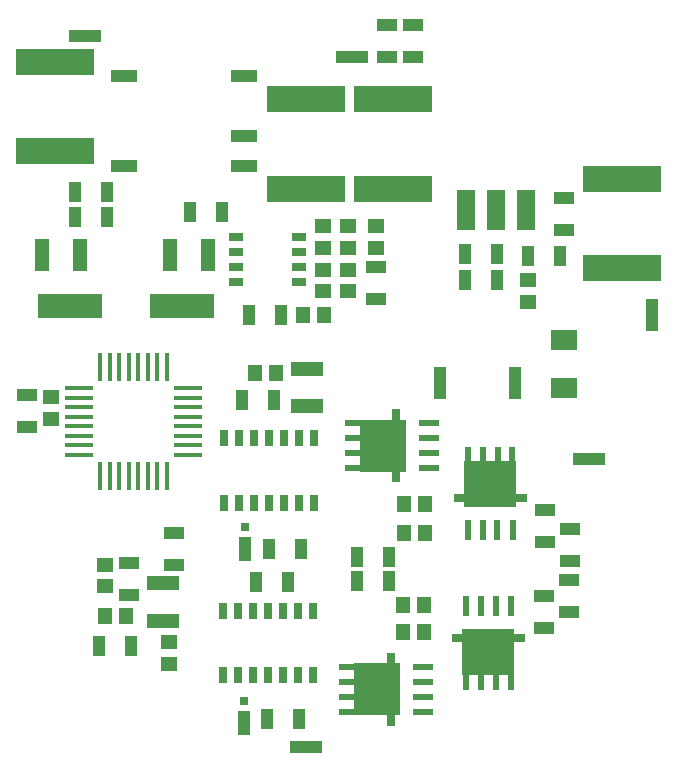
<source format=gtp>
G04*
G04 #@! TF.GenerationSoftware,Altium Limited,Altium Designer,21.0.9 (235)*
G04*
G04 Layer_Color=8421504*
%FSLAX25Y25*%
%MOIN*%
G70*
G04*
G04 #@! TF.SameCoordinates,CCBB63D4-E8DD-42B9-A150-1630AA2F812C*
G04*
G04*
G04 #@! TF.FilePolarity,Positive*
G04*
G01*
G75*
%ADD18R,0.05512X0.04724*%
%ADD19R,0.04000X0.10500*%
%ADD20R,0.10500X0.04000*%
%ADD21R,0.04331X0.06693*%
%ADD22R,0.04724X0.05512*%
%ADD23R,0.06693X0.04331*%
%ADD24R,0.25984X0.09055*%
%ADD25R,0.17362X0.15354*%
%ADD26R,0.06500X0.02787*%
%ADD27R,0.02394X0.06500*%
%ADD28R,0.02756X0.05709*%
%ADD29R,0.04500X0.03000*%
%ADD30R,0.08500X0.07000*%
%ADD31R,0.09000X0.03900*%
%ADD32R,0.06300X0.13780*%
%ADD33R,0.21654X0.07874*%
%ADD34R,0.05118X0.10630*%
%ADD35R,0.06500X0.02394*%
%ADD36R,0.02787X0.06500*%
%ADD37R,0.15354X0.17362*%
%ADD38R,0.01575X0.09449*%
%ADD39R,0.09449X0.01575*%
%ADD40R,0.03150X0.03150*%
%ADD41R,0.04331X0.07874*%
%ADD42R,0.10630X0.05118*%
D18*
X64300Y47257D02*
D03*
Y54343D02*
D03*
X43100Y80300D02*
D03*
Y73213D02*
D03*
X25000Y128957D02*
D03*
Y136043D02*
D03*
X115700Y193043D02*
D03*
Y185957D02*
D03*
X124000Y193043D02*
D03*
Y185957D02*
D03*
X184200Y175043D02*
D03*
Y167957D02*
D03*
X124000Y171457D02*
D03*
Y178543D02*
D03*
X115700Y178517D02*
D03*
Y171430D02*
D03*
X133500Y185957D02*
D03*
Y193043D02*
D03*
D19*
X179900Y140700D02*
D03*
X225500Y163500D02*
D03*
X154700Y140700D02*
D03*
D20*
X110200Y19600D02*
D03*
X204500Y115500D02*
D03*
X125300Y249400D02*
D03*
X36300Y256500D02*
D03*
D21*
X104115Y74500D02*
D03*
X93485D02*
D03*
X137815Y82800D02*
D03*
X127185D02*
D03*
X137715Y74700D02*
D03*
X127085D02*
D03*
X99515Y135300D02*
D03*
X88885D02*
D03*
X97685Y85500D02*
D03*
X108315D02*
D03*
X97285Y28974D02*
D03*
X107915D02*
D03*
X71385Y197800D02*
D03*
X82015D02*
D03*
X33185Y196000D02*
D03*
X43815D02*
D03*
X41285Y53300D02*
D03*
X51915D02*
D03*
X101700Y163474D02*
D03*
X91070D02*
D03*
X163185Y175300D02*
D03*
X173815D02*
D03*
Y183800D02*
D03*
X163185D02*
D03*
X184185Y183000D02*
D03*
X194815D02*
D03*
X33185Y204500D02*
D03*
X43815D02*
D03*
D22*
X149543Y66700D02*
D03*
X142457D02*
D03*
X149443Y57774D02*
D03*
X142357D02*
D03*
X43057Y63300D02*
D03*
X50143D02*
D03*
X109113Y163474D02*
D03*
X116200D02*
D03*
X93157Y144300D02*
D03*
X100243D02*
D03*
X142657Y100474D02*
D03*
X149743D02*
D03*
X142657Y90974D02*
D03*
X149743D02*
D03*
D23*
X189700Y87685D02*
D03*
Y98315D02*
D03*
X198000Y81385D02*
D03*
Y92015D02*
D03*
X197900Y75115D02*
D03*
Y64485D02*
D03*
X189600Y69715D02*
D03*
Y59085D02*
D03*
X66000Y90915D02*
D03*
Y80285D02*
D03*
X145900Y260195D02*
D03*
Y249565D02*
D03*
X137100Y260195D02*
D03*
Y249565D02*
D03*
X51100Y70170D02*
D03*
Y80800D02*
D03*
X17000Y136815D02*
D03*
Y126185D02*
D03*
X133300Y179315D02*
D03*
Y168685D02*
D03*
X196000Y202315D02*
D03*
Y191685D02*
D03*
D24*
X26500Y218039D02*
D03*
Y247961D02*
D03*
X215500Y179000D02*
D03*
Y208921D02*
D03*
X110000Y235461D02*
D03*
Y205539D02*
D03*
X139000D02*
D03*
Y235461D02*
D03*
D25*
X171500Y107000D02*
D03*
X170900Y51147D02*
D03*
D26*
X162700Y102474D02*
D03*
X180300D02*
D03*
X179700Y55674D02*
D03*
X162100D02*
D03*
D27*
X164100Y116274D02*
D03*
X169000D02*
D03*
X174000D02*
D03*
X178900D02*
D03*
X164100Y91674D02*
D03*
X169000D02*
D03*
X173900D02*
D03*
X179000D02*
D03*
X178300Y41874D02*
D03*
X173400D02*
D03*
X168400D02*
D03*
X163500D02*
D03*
X178300Y66474D02*
D03*
X173400D02*
D03*
X168500D02*
D03*
X163400D02*
D03*
D28*
X112600Y64930D02*
D03*
X107600D02*
D03*
X102600D02*
D03*
X97600D02*
D03*
X92600D02*
D03*
X87600D02*
D03*
X82600D02*
D03*
X112600Y43474D02*
D03*
X107600D02*
D03*
X102600D02*
D03*
X97600D02*
D03*
X92600D02*
D03*
X87600D02*
D03*
X82600D02*
D03*
X82700Y100974D02*
D03*
X87700D02*
D03*
X92700D02*
D03*
X97700D02*
D03*
X102700D02*
D03*
X107700D02*
D03*
X112700D02*
D03*
X82700Y122430D02*
D03*
X87700D02*
D03*
X92700D02*
D03*
X97700D02*
D03*
X102700D02*
D03*
X107700D02*
D03*
X112700D02*
D03*
D29*
X107700Y174474D02*
D03*
X86700Y189474D02*
D03*
Y184474D02*
D03*
Y179474D02*
D03*
Y174474D02*
D03*
X107700Y189474D02*
D03*
Y184474D02*
D03*
Y179474D02*
D03*
D30*
X196100Y155200D02*
D03*
Y139200D02*
D03*
D31*
X49500Y243000D02*
D03*
Y213000D02*
D03*
X89500Y243000D02*
D03*
Y223000D02*
D03*
Y213000D02*
D03*
D32*
X163500Y198500D02*
D03*
X183500D02*
D03*
X173500D02*
D03*
D33*
X31299Y166500D02*
D03*
X68701D02*
D03*
D34*
X34799Y183500D02*
D03*
X22201D02*
D03*
X64701D02*
D03*
X77299D02*
D03*
D35*
X149200Y46174D02*
D03*
Y41074D02*
D03*
Y36174D02*
D03*
Y31274D02*
D03*
X124600Y46074D02*
D03*
Y41174D02*
D03*
Y36174D02*
D03*
Y31274D02*
D03*
X151000Y127474D02*
D03*
Y122374D02*
D03*
Y117474D02*
D03*
Y112574D02*
D03*
X126400Y127374D02*
D03*
Y122474D02*
D03*
Y117474D02*
D03*
Y112574D02*
D03*
D36*
X138400Y47474D02*
D03*
Y29874D02*
D03*
X140200Y128774D02*
D03*
Y111174D02*
D03*
D37*
X133874Y38674D02*
D03*
X135674Y119974D02*
D03*
D38*
X63634Y109866D02*
D03*
X60484D02*
D03*
X57335D02*
D03*
X54185D02*
D03*
X51035D02*
D03*
X47886D02*
D03*
X44736D02*
D03*
X41587D02*
D03*
X41587Y146087D02*
D03*
X44736D02*
D03*
X47886D02*
D03*
X51035D02*
D03*
X54185D02*
D03*
X57335D02*
D03*
X60484D02*
D03*
X63634D02*
D03*
D39*
X34500Y116953D02*
D03*
Y120102D02*
D03*
Y123252D02*
D03*
Y126401D02*
D03*
X34500Y129551D02*
D03*
X34500Y132701D02*
D03*
Y135850D02*
D03*
Y139000D02*
D03*
X70720Y139000D02*
D03*
Y135850D02*
D03*
Y132701D02*
D03*
Y129551D02*
D03*
Y126401D02*
D03*
Y123252D02*
D03*
Y120102D02*
D03*
Y116953D02*
D03*
D40*
X89600Y34954D02*
D03*
X89700Y92954D02*
D03*
D41*
X89600Y27474D02*
D03*
X89700Y85474D02*
D03*
D42*
X62400Y61401D02*
D03*
Y73999D02*
D03*
X110500Y133001D02*
D03*
Y145599D02*
D03*
M02*

</source>
